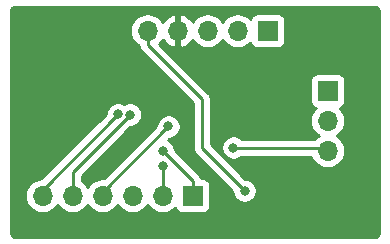
<source format=gbr>
G04 #@! TF.GenerationSoftware,KiCad,Pcbnew,5.1.2*
G04 #@! TF.CreationDate,2019-05-06T11:57:56-05:00*
G04 #@! TF.ProjectId,STM32L011Minimal,53544d33-324c-4303-9131-4d696e696d61,rev?*
G04 #@! TF.SameCoordinates,Original*
G04 #@! TF.FileFunction,Copper,L2,Bot*
G04 #@! TF.FilePolarity,Positive*
%FSLAX46Y46*%
G04 Gerber Fmt 4.6, Leading zero omitted, Abs format (unit mm)*
G04 Created by KiCad (PCBNEW 5.1.2) date 2019-05-06 11:57:56*
%MOMM*%
%LPD*%
G04 APERTURE LIST*
%ADD10R,1.700000X1.700000*%
%ADD11O,1.700000X1.700000*%
%ADD12C,0.800000*%
%ADD13C,0.250000*%
%ADD14C,0.254000*%
G04 APERTURE END LIST*
D10*
X173990000Y-78740000D03*
D11*
X173990000Y-81280000D03*
X173990000Y-83820000D03*
D10*
X162560000Y-87630000D03*
D11*
X160020000Y-87630000D03*
X157480000Y-87630000D03*
X154940000Y-87630000D03*
X152400000Y-87630000D03*
X149860000Y-87630000D03*
D10*
X168910000Y-73660000D03*
D11*
X166370000Y-73660000D03*
X163830000Y-73660000D03*
X161290000Y-73660000D03*
X158750000Y-73660000D03*
D12*
X176500000Y-73500000D03*
X176500000Y-89500000D03*
X148000000Y-89500000D03*
X148000000Y-73500000D03*
X151750000Y-73250000D03*
X166950000Y-87200000D03*
X166000000Y-83550000D03*
X160020000Y-83820000D03*
X160020000Y-85090000D03*
X160500000Y-81750000D03*
X157250000Y-80750000D03*
X156237347Y-80737347D03*
D13*
X158750000Y-74862081D02*
X163350000Y-79462081D01*
X158750000Y-73660000D02*
X158750000Y-74862081D01*
X163350000Y-79462081D02*
X163350000Y-83600000D01*
X163350000Y-83600000D02*
X166950000Y-87200000D01*
X173720000Y-83550000D02*
X173990000Y-83820000D01*
X166000000Y-83550000D02*
X173720000Y-83550000D01*
X162560000Y-86360000D02*
X162560000Y-87630000D01*
X160020000Y-83820000D02*
X162560000Y-86360000D01*
X160020000Y-85090000D02*
X160020000Y-85770000D01*
X160020000Y-85770000D02*
X160020000Y-87630000D01*
X154940000Y-87310000D02*
X154940000Y-87630000D01*
X160500000Y-81750000D02*
X154940000Y-87310000D01*
X152400000Y-85600000D02*
X152400000Y-87630000D01*
X157250000Y-80750000D02*
X152400000Y-85600000D01*
X149860000Y-87114694D02*
X149860000Y-87630000D01*
X156237347Y-80737347D02*
X149860000Y-87114694D01*
D14*
G36*
X178065424Y-71669580D02*
G01*
X178128356Y-71688580D01*
X178186405Y-71719445D01*
X178237343Y-71760989D01*
X178279248Y-71811644D01*
X178310515Y-71869471D01*
X178329956Y-71932272D01*
X178340001Y-72027845D01*
X178340000Y-90717721D01*
X178330420Y-90815424D01*
X178311420Y-90878357D01*
X178280554Y-90936406D01*
X178239011Y-90987343D01*
X178188356Y-91029248D01*
X178130529Y-91060515D01*
X178067728Y-91079956D01*
X177972165Y-91090000D01*
X147532279Y-91090000D01*
X147434576Y-91080420D01*
X147371643Y-91061420D01*
X147313594Y-91030554D01*
X147262657Y-90989011D01*
X147220752Y-90938356D01*
X147189485Y-90880529D01*
X147170044Y-90817728D01*
X147160000Y-90722165D01*
X147160000Y-87630000D01*
X148367815Y-87630000D01*
X148396487Y-87921111D01*
X148481401Y-88201034D01*
X148619294Y-88459014D01*
X148804866Y-88685134D01*
X149030986Y-88870706D01*
X149288966Y-89008599D01*
X149568889Y-89093513D01*
X149787050Y-89115000D01*
X149932950Y-89115000D01*
X150151111Y-89093513D01*
X150431034Y-89008599D01*
X150689014Y-88870706D01*
X150915134Y-88685134D01*
X151100706Y-88459014D01*
X151130000Y-88404209D01*
X151159294Y-88459014D01*
X151344866Y-88685134D01*
X151570986Y-88870706D01*
X151828966Y-89008599D01*
X152108889Y-89093513D01*
X152327050Y-89115000D01*
X152472950Y-89115000D01*
X152691111Y-89093513D01*
X152971034Y-89008599D01*
X153229014Y-88870706D01*
X153455134Y-88685134D01*
X153640706Y-88459014D01*
X153670000Y-88404209D01*
X153699294Y-88459014D01*
X153884866Y-88685134D01*
X154110986Y-88870706D01*
X154368966Y-89008599D01*
X154648889Y-89093513D01*
X154867050Y-89115000D01*
X155012950Y-89115000D01*
X155231111Y-89093513D01*
X155511034Y-89008599D01*
X155769014Y-88870706D01*
X155995134Y-88685134D01*
X156180706Y-88459014D01*
X156210000Y-88404209D01*
X156239294Y-88459014D01*
X156424866Y-88685134D01*
X156650986Y-88870706D01*
X156908966Y-89008599D01*
X157188889Y-89093513D01*
X157407050Y-89115000D01*
X157552950Y-89115000D01*
X157771111Y-89093513D01*
X158051034Y-89008599D01*
X158309014Y-88870706D01*
X158535134Y-88685134D01*
X158720706Y-88459014D01*
X158750000Y-88404209D01*
X158779294Y-88459014D01*
X158964866Y-88685134D01*
X159190986Y-88870706D01*
X159448966Y-89008599D01*
X159728889Y-89093513D01*
X159947050Y-89115000D01*
X160092950Y-89115000D01*
X160311111Y-89093513D01*
X160591034Y-89008599D01*
X160849014Y-88870706D01*
X161075134Y-88685134D01*
X161099607Y-88655313D01*
X161120498Y-88724180D01*
X161179463Y-88834494D01*
X161258815Y-88931185D01*
X161355506Y-89010537D01*
X161465820Y-89069502D01*
X161585518Y-89105812D01*
X161710000Y-89118072D01*
X163410000Y-89118072D01*
X163534482Y-89105812D01*
X163654180Y-89069502D01*
X163764494Y-89010537D01*
X163861185Y-88931185D01*
X163940537Y-88834494D01*
X163999502Y-88724180D01*
X164035812Y-88604482D01*
X164048072Y-88480000D01*
X164048072Y-86780000D01*
X164035812Y-86655518D01*
X163999502Y-86535820D01*
X163940537Y-86425506D01*
X163861185Y-86328815D01*
X163764494Y-86249463D01*
X163654180Y-86190498D01*
X163534482Y-86154188D01*
X163410000Y-86141928D01*
X163288046Y-86141928D01*
X163265546Y-86067753D01*
X163194974Y-85935724D01*
X163181237Y-85918986D01*
X163123799Y-85848996D01*
X163123795Y-85848992D01*
X163100001Y-85819999D01*
X163071009Y-85796206D01*
X161055000Y-83780199D01*
X161055000Y-83718061D01*
X161015226Y-83518102D01*
X160937205Y-83329744D01*
X160823937Y-83160226D01*
X160679774Y-83016063D01*
X160510256Y-82902795D01*
X160447855Y-82876948D01*
X160539803Y-82785000D01*
X160601939Y-82785000D01*
X160801898Y-82745226D01*
X160990256Y-82667205D01*
X161159774Y-82553937D01*
X161303937Y-82409774D01*
X161417205Y-82240256D01*
X161495226Y-82051898D01*
X161535000Y-81851939D01*
X161535000Y-81648061D01*
X161495226Y-81448102D01*
X161417205Y-81259744D01*
X161303937Y-81090226D01*
X161159774Y-80946063D01*
X160990256Y-80832795D01*
X160801898Y-80754774D01*
X160601939Y-80715000D01*
X160398061Y-80715000D01*
X160198102Y-80754774D01*
X160009744Y-80832795D01*
X159840226Y-80946063D01*
X159696063Y-81090226D01*
X159582795Y-81259744D01*
X159504774Y-81448102D01*
X159465000Y-81648061D01*
X159465000Y-81710197D01*
X155028652Y-86146547D01*
X155012950Y-86145000D01*
X154867050Y-86145000D01*
X154648889Y-86166487D01*
X154368966Y-86251401D01*
X154110986Y-86389294D01*
X153884866Y-86574866D01*
X153699294Y-86800986D01*
X153670000Y-86855791D01*
X153640706Y-86800986D01*
X153455134Y-86574866D01*
X153229014Y-86389294D01*
X153160000Y-86352405D01*
X153160000Y-85914801D01*
X157289802Y-81785000D01*
X157351939Y-81785000D01*
X157551898Y-81745226D01*
X157740256Y-81667205D01*
X157909774Y-81553937D01*
X158053937Y-81409774D01*
X158167205Y-81240256D01*
X158245226Y-81051898D01*
X158285000Y-80851939D01*
X158285000Y-80648061D01*
X158245226Y-80448102D01*
X158167205Y-80259744D01*
X158053937Y-80090226D01*
X157909774Y-79946063D01*
X157740256Y-79832795D01*
X157551898Y-79754774D01*
X157351939Y-79715000D01*
X157148061Y-79715000D01*
X156948102Y-79754774D01*
X156759744Y-79832795D01*
X156753142Y-79837206D01*
X156727603Y-79820142D01*
X156539245Y-79742121D01*
X156339286Y-79702347D01*
X156135408Y-79702347D01*
X155935449Y-79742121D01*
X155747091Y-79820142D01*
X155577573Y-79933410D01*
X155433410Y-80077573D01*
X155320142Y-80247091D01*
X155242121Y-80435449D01*
X155202347Y-80635408D01*
X155202347Y-80697545D01*
X149751380Y-86148513D01*
X149568889Y-86166487D01*
X149288966Y-86251401D01*
X149030986Y-86389294D01*
X148804866Y-86574866D01*
X148619294Y-86800986D01*
X148481401Y-87058966D01*
X148396487Y-87338889D01*
X148367815Y-87630000D01*
X147160000Y-87630000D01*
X147160000Y-73660000D01*
X157257815Y-73660000D01*
X157286487Y-73951111D01*
X157371401Y-74231034D01*
X157509294Y-74489014D01*
X157694866Y-74715134D01*
X157920986Y-74900706D01*
X157993971Y-74939717D01*
X158000998Y-75011067D01*
X158014180Y-75054523D01*
X158044454Y-75154327D01*
X158115026Y-75286357D01*
X158186201Y-75373083D01*
X158210000Y-75402082D01*
X158238998Y-75425880D01*
X162590000Y-79776884D01*
X162590001Y-83562668D01*
X162586324Y-83600000D01*
X162600998Y-83748985D01*
X162644454Y-83892246D01*
X162715026Y-84024276D01*
X162745167Y-84061002D01*
X162810000Y-84140001D01*
X162838998Y-84163799D01*
X165915000Y-87239802D01*
X165915000Y-87301939D01*
X165954774Y-87501898D01*
X166032795Y-87690256D01*
X166146063Y-87859774D01*
X166290226Y-88003937D01*
X166459744Y-88117205D01*
X166648102Y-88195226D01*
X166848061Y-88235000D01*
X167051939Y-88235000D01*
X167251898Y-88195226D01*
X167440256Y-88117205D01*
X167609774Y-88003937D01*
X167753937Y-87859774D01*
X167867205Y-87690256D01*
X167945226Y-87501898D01*
X167985000Y-87301939D01*
X167985000Y-87098061D01*
X167945226Y-86898102D01*
X167867205Y-86709744D01*
X167753937Y-86540226D01*
X167609774Y-86396063D01*
X167440256Y-86282795D01*
X167251898Y-86204774D01*
X167051939Y-86165000D01*
X166989802Y-86165000D01*
X164272863Y-83448061D01*
X164965000Y-83448061D01*
X164965000Y-83651939D01*
X165004774Y-83851898D01*
X165082795Y-84040256D01*
X165196063Y-84209774D01*
X165340226Y-84353937D01*
X165509744Y-84467205D01*
X165698102Y-84545226D01*
X165898061Y-84585000D01*
X166101939Y-84585000D01*
X166301898Y-84545226D01*
X166490256Y-84467205D01*
X166659774Y-84353937D01*
X166703711Y-84310000D01*
X172586820Y-84310000D01*
X172611401Y-84391034D01*
X172749294Y-84649014D01*
X172934866Y-84875134D01*
X173160986Y-85060706D01*
X173418966Y-85198599D01*
X173698889Y-85283513D01*
X173917050Y-85305000D01*
X174062950Y-85305000D01*
X174281111Y-85283513D01*
X174561034Y-85198599D01*
X174819014Y-85060706D01*
X175045134Y-84875134D01*
X175230706Y-84649014D01*
X175368599Y-84391034D01*
X175453513Y-84111111D01*
X175482185Y-83820000D01*
X175453513Y-83528889D01*
X175368599Y-83248966D01*
X175230706Y-82990986D01*
X175045134Y-82764866D01*
X174819014Y-82579294D01*
X174764209Y-82550000D01*
X174819014Y-82520706D01*
X175045134Y-82335134D01*
X175230706Y-82109014D01*
X175368599Y-81851034D01*
X175453513Y-81571111D01*
X175482185Y-81280000D01*
X175453513Y-80988889D01*
X175368599Y-80708966D01*
X175230706Y-80450986D01*
X175045134Y-80224866D01*
X175015313Y-80200393D01*
X175084180Y-80179502D01*
X175194494Y-80120537D01*
X175291185Y-80041185D01*
X175370537Y-79944494D01*
X175429502Y-79834180D01*
X175465812Y-79714482D01*
X175478072Y-79590000D01*
X175478072Y-77890000D01*
X175465812Y-77765518D01*
X175429502Y-77645820D01*
X175370537Y-77535506D01*
X175291185Y-77438815D01*
X175194494Y-77359463D01*
X175084180Y-77300498D01*
X174964482Y-77264188D01*
X174840000Y-77251928D01*
X173140000Y-77251928D01*
X173015518Y-77264188D01*
X172895820Y-77300498D01*
X172785506Y-77359463D01*
X172688815Y-77438815D01*
X172609463Y-77535506D01*
X172550498Y-77645820D01*
X172514188Y-77765518D01*
X172501928Y-77890000D01*
X172501928Y-79590000D01*
X172514188Y-79714482D01*
X172550498Y-79834180D01*
X172609463Y-79944494D01*
X172688815Y-80041185D01*
X172785506Y-80120537D01*
X172895820Y-80179502D01*
X172964687Y-80200393D01*
X172934866Y-80224866D01*
X172749294Y-80450986D01*
X172611401Y-80708966D01*
X172526487Y-80988889D01*
X172497815Y-81280000D01*
X172526487Y-81571111D01*
X172611401Y-81851034D01*
X172749294Y-82109014D01*
X172934866Y-82335134D01*
X173160986Y-82520706D01*
X173215791Y-82550000D01*
X173160986Y-82579294D01*
X172934866Y-82764866D01*
X172914239Y-82790000D01*
X166703711Y-82790000D01*
X166659774Y-82746063D01*
X166490256Y-82632795D01*
X166301898Y-82554774D01*
X166101939Y-82515000D01*
X165898061Y-82515000D01*
X165698102Y-82554774D01*
X165509744Y-82632795D01*
X165340226Y-82746063D01*
X165196063Y-82890226D01*
X165082795Y-83059744D01*
X165004774Y-83248102D01*
X164965000Y-83448061D01*
X164272863Y-83448061D01*
X164110000Y-83285199D01*
X164110000Y-79499403D01*
X164113676Y-79462080D01*
X164110000Y-79424757D01*
X164110000Y-79424748D01*
X164099003Y-79313095D01*
X164055546Y-79169834D01*
X163984974Y-79037805D01*
X163971811Y-79021766D01*
X163913799Y-78951077D01*
X163913795Y-78951073D01*
X163890001Y-78922080D01*
X163861009Y-78898287D01*
X159735226Y-74772506D01*
X159805134Y-74715134D01*
X159990706Y-74489014D01*
X160025201Y-74424477D01*
X160094822Y-74541355D01*
X160289731Y-74757588D01*
X160523080Y-74931641D01*
X160785901Y-75056825D01*
X160933110Y-75101476D01*
X161163000Y-74980155D01*
X161163000Y-73787000D01*
X161143000Y-73787000D01*
X161143000Y-73533000D01*
X161163000Y-73533000D01*
X161163000Y-72339845D01*
X161417000Y-72339845D01*
X161417000Y-73533000D01*
X161437000Y-73533000D01*
X161437000Y-73787000D01*
X161417000Y-73787000D01*
X161417000Y-74980155D01*
X161646890Y-75101476D01*
X161794099Y-75056825D01*
X162056920Y-74931641D01*
X162290269Y-74757588D01*
X162485178Y-74541355D01*
X162554799Y-74424477D01*
X162589294Y-74489014D01*
X162774866Y-74715134D01*
X163000986Y-74900706D01*
X163258966Y-75038599D01*
X163538889Y-75123513D01*
X163757050Y-75145000D01*
X163902950Y-75145000D01*
X164121111Y-75123513D01*
X164401034Y-75038599D01*
X164659014Y-74900706D01*
X164885134Y-74715134D01*
X165070706Y-74489014D01*
X165100000Y-74434209D01*
X165129294Y-74489014D01*
X165314866Y-74715134D01*
X165540986Y-74900706D01*
X165798966Y-75038599D01*
X166078889Y-75123513D01*
X166297050Y-75145000D01*
X166442950Y-75145000D01*
X166661111Y-75123513D01*
X166941034Y-75038599D01*
X167199014Y-74900706D01*
X167425134Y-74715134D01*
X167449607Y-74685313D01*
X167470498Y-74754180D01*
X167529463Y-74864494D01*
X167608815Y-74961185D01*
X167705506Y-75040537D01*
X167815820Y-75099502D01*
X167935518Y-75135812D01*
X168060000Y-75148072D01*
X169760000Y-75148072D01*
X169884482Y-75135812D01*
X170004180Y-75099502D01*
X170114494Y-75040537D01*
X170211185Y-74961185D01*
X170290537Y-74864494D01*
X170349502Y-74754180D01*
X170385812Y-74634482D01*
X170398072Y-74510000D01*
X170398072Y-72810000D01*
X170385812Y-72685518D01*
X170349502Y-72565820D01*
X170290537Y-72455506D01*
X170211185Y-72358815D01*
X170114494Y-72279463D01*
X170004180Y-72220498D01*
X169884482Y-72184188D01*
X169760000Y-72171928D01*
X168060000Y-72171928D01*
X167935518Y-72184188D01*
X167815820Y-72220498D01*
X167705506Y-72279463D01*
X167608815Y-72358815D01*
X167529463Y-72455506D01*
X167470498Y-72565820D01*
X167449607Y-72634687D01*
X167425134Y-72604866D01*
X167199014Y-72419294D01*
X166941034Y-72281401D01*
X166661111Y-72196487D01*
X166442950Y-72175000D01*
X166297050Y-72175000D01*
X166078889Y-72196487D01*
X165798966Y-72281401D01*
X165540986Y-72419294D01*
X165314866Y-72604866D01*
X165129294Y-72830986D01*
X165100000Y-72885791D01*
X165070706Y-72830986D01*
X164885134Y-72604866D01*
X164659014Y-72419294D01*
X164401034Y-72281401D01*
X164121111Y-72196487D01*
X163902950Y-72175000D01*
X163757050Y-72175000D01*
X163538889Y-72196487D01*
X163258966Y-72281401D01*
X163000986Y-72419294D01*
X162774866Y-72604866D01*
X162589294Y-72830986D01*
X162554799Y-72895523D01*
X162485178Y-72778645D01*
X162290269Y-72562412D01*
X162056920Y-72388359D01*
X161794099Y-72263175D01*
X161646890Y-72218524D01*
X161417000Y-72339845D01*
X161163000Y-72339845D01*
X160933110Y-72218524D01*
X160785901Y-72263175D01*
X160523080Y-72388359D01*
X160289731Y-72562412D01*
X160094822Y-72778645D01*
X160025201Y-72895523D01*
X159990706Y-72830986D01*
X159805134Y-72604866D01*
X159579014Y-72419294D01*
X159321034Y-72281401D01*
X159041111Y-72196487D01*
X158822950Y-72175000D01*
X158677050Y-72175000D01*
X158458889Y-72196487D01*
X158178966Y-72281401D01*
X157920986Y-72419294D01*
X157694866Y-72604866D01*
X157509294Y-72830986D01*
X157371401Y-73088966D01*
X157286487Y-73368889D01*
X157257815Y-73660000D01*
X147160000Y-73660000D01*
X147160000Y-72032279D01*
X147169580Y-71934576D01*
X147188580Y-71871644D01*
X147219445Y-71813595D01*
X147260989Y-71762657D01*
X147311644Y-71720752D01*
X147369471Y-71689485D01*
X147432272Y-71670044D01*
X147527835Y-71660000D01*
X177967721Y-71660000D01*
X178065424Y-71669580D01*
X178065424Y-71669580D01*
G37*
X178065424Y-71669580D02*
X178128356Y-71688580D01*
X178186405Y-71719445D01*
X178237343Y-71760989D01*
X178279248Y-71811644D01*
X178310515Y-71869471D01*
X178329956Y-71932272D01*
X178340001Y-72027845D01*
X178340000Y-90717721D01*
X178330420Y-90815424D01*
X178311420Y-90878357D01*
X178280554Y-90936406D01*
X178239011Y-90987343D01*
X178188356Y-91029248D01*
X178130529Y-91060515D01*
X178067728Y-91079956D01*
X177972165Y-91090000D01*
X147532279Y-91090000D01*
X147434576Y-91080420D01*
X147371643Y-91061420D01*
X147313594Y-91030554D01*
X147262657Y-90989011D01*
X147220752Y-90938356D01*
X147189485Y-90880529D01*
X147170044Y-90817728D01*
X147160000Y-90722165D01*
X147160000Y-87630000D01*
X148367815Y-87630000D01*
X148396487Y-87921111D01*
X148481401Y-88201034D01*
X148619294Y-88459014D01*
X148804866Y-88685134D01*
X149030986Y-88870706D01*
X149288966Y-89008599D01*
X149568889Y-89093513D01*
X149787050Y-89115000D01*
X149932950Y-89115000D01*
X150151111Y-89093513D01*
X150431034Y-89008599D01*
X150689014Y-88870706D01*
X150915134Y-88685134D01*
X151100706Y-88459014D01*
X151130000Y-88404209D01*
X151159294Y-88459014D01*
X151344866Y-88685134D01*
X151570986Y-88870706D01*
X151828966Y-89008599D01*
X152108889Y-89093513D01*
X152327050Y-89115000D01*
X152472950Y-89115000D01*
X152691111Y-89093513D01*
X152971034Y-89008599D01*
X153229014Y-88870706D01*
X153455134Y-88685134D01*
X153640706Y-88459014D01*
X153670000Y-88404209D01*
X153699294Y-88459014D01*
X153884866Y-88685134D01*
X154110986Y-88870706D01*
X154368966Y-89008599D01*
X154648889Y-89093513D01*
X154867050Y-89115000D01*
X155012950Y-89115000D01*
X155231111Y-89093513D01*
X155511034Y-89008599D01*
X155769014Y-88870706D01*
X155995134Y-88685134D01*
X156180706Y-88459014D01*
X156210000Y-88404209D01*
X156239294Y-88459014D01*
X156424866Y-88685134D01*
X156650986Y-88870706D01*
X156908966Y-89008599D01*
X157188889Y-89093513D01*
X157407050Y-89115000D01*
X157552950Y-89115000D01*
X157771111Y-89093513D01*
X158051034Y-89008599D01*
X158309014Y-88870706D01*
X158535134Y-88685134D01*
X158720706Y-88459014D01*
X158750000Y-88404209D01*
X158779294Y-88459014D01*
X158964866Y-88685134D01*
X159190986Y-88870706D01*
X159448966Y-89008599D01*
X159728889Y-89093513D01*
X159947050Y-89115000D01*
X160092950Y-89115000D01*
X160311111Y-89093513D01*
X160591034Y-89008599D01*
X160849014Y-88870706D01*
X161075134Y-88685134D01*
X161099607Y-88655313D01*
X161120498Y-88724180D01*
X161179463Y-88834494D01*
X161258815Y-88931185D01*
X161355506Y-89010537D01*
X161465820Y-89069502D01*
X161585518Y-89105812D01*
X161710000Y-89118072D01*
X163410000Y-89118072D01*
X163534482Y-89105812D01*
X163654180Y-89069502D01*
X163764494Y-89010537D01*
X163861185Y-88931185D01*
X163940537Y-88834494D01*
X163999502Y-88724180D01*
X164035812Y-88604482D01*
X164048072Y-88480000D01*
X164048072Y-86780000D01*
X164035812Y-86655518D01*
X163999502Y-86535820D01*
X163940537Y-86425506D01*
X163861185Y-86328815D01*
X163764494Y-86249463D01*
X163654180Y-86190498D01*
X163534482Y-86154188D01*
X163410000Y-86141928D01*
X163288046Y-86141928D01*
X163265546Y-86067753D01*
X163194974Y-85935724D01*
X163181237Y-85918986D01*
X163123799Y-85848996D01*
X163123795Y-85848992D01*
X163100001Y-85819999D01*
X163071009Y-85796206D01*
X161055000Y-83780199D01*
X161055000Y-83718061D01*
X161015226Y-83518102D01*
X160937205Y-83329744D01*
X160823937Y-83160226D01*
X160679774Y-83016063D01*
X160510256Y-82902795D01*
X160447855Y-82876948D01*
X160539803Y-82785000D01*
X160601939Y-82785000D01*
X160801898Y-82745226D01*
X160990256Y-82667205D01*
X161159774Y-82553937D01*
X161303937Y-82409774D01*
X161417205Y-82240256D01*
X161495226Y-82051898D01*
X161535000Y-81851939D01*
X161535000Y-81648061D01*
X161495226Y-81448102D01*
X161417205Y-81259744D01*
X161303937Y-81090226D01*
X161159774Y-80946063D01*
X160990256Y-80832795D01*
X160801898Y-80754774D01*
X160601939Y-80715000D01*
X160398061Y-80715000D01*
X160198102Y-80754774D01*
X160009744Y-80832795D01*
X159840226Y-80946063D01*
X159696063Y-81090226D01*
X159582795Y-81259744D01*
X159504774Y-81448102D01*
X159465000Y-81648061D01*
X159465000Y-81710197D01*
X155028652Y-86146547D01*
X155012950Y-86145000D01*
X154867050Y-86145000D01*
X154648889Y-86166487D01*
X154368966Y-86251401D01*
X154110986Y-86389294D01*
X153884866Y-86574866D01*
X153699294Y-86800986D01*
X153670000Y-86855791D01*
X153640706Y-86800986D01*
X153455134Y-86574866D01*
X153229014Y-86389294D01*
X153160000Y-86352405D01*
X153160000Y-85914801D01*
X157289802Y-81785000D01*
X157351939Y-81785000D01*
X157551898Y-81745226D01*
X157740256Y-81667205D01*
X157909774Y-81553937D01*
X158053937Y-81409774D01*
X158167205Y-81240256D01*
X158245226Y-81051898D01*
X158285000Y-80851939D01*
X158285000Y-80648061D01*
X158245226Y-80448102D01*
X158167205Y-80259744D01*
X158053937Y-80090226D01*
X157909774Y-79946063D01*
X157740256Y-79832795D01*
X157551898Y-79754774D01*
X157351939Y-79715000D01*
X157148061Y-79715000D01*
X156948102Y-79754774D01*
X156759744Y-79832795D01*
X156753142Y-79837206D01*
X156727603Y-79820142D01*
X156539245Y-79742121D01*
X156339286Y-79702347D01*
X156135408Y-79702347D01*
X155935449Y-79742121D01*
X155747091Y-79820142D01*
X155577573Y-79933410D01*
X155433410Y-80077573D01*
X155320142Y-80247091D01*
X155242121Y-80435449D01*
X155202347Y-80635408D01*
X155202347Y-80697545D01*
X149751380Y-86148513D01*
X149568889Y-86166487D01*
X149288966Y-86251401D01*
X149030986Y-86389294D01*
X148804866Y-86574866D01*
X148619294Y-86800986D01*
X148481401Y-87058966D01*
X148396487Y-87338889D01*
X148367815Y-87630000D01*
X147160000Y-87630000D01*
X147160000Y-73660000D01*
X157257815Y-73660000D01*
X157286487Y-73951111D01*
X157371401Y-74231034D01*
X157509294Y-74489014D01*
X157694866Y-74715134D01*
X157920986Y-74900706D01*
X157993971Y-74939717D01*
X158000998Y-75011067D01*
X158014180Y-75054523D01*
X158044454Y-75154327D01*
X158115026Y-75286357D01*
X158186201Y-75373083D01*
X158210000Y-75402082D01*
X158238998Y-75425880D01*
X162590000Y-79776884D01*
X162590001Y-83562668D01*
X162586324Y-83600000D01*
X162600998Y-83748985D01*
X162644454Y-83892246D01*
X162715026Y-84024276D01*
X162745167Y-84061002D01*
X162810000Y-84140001D01*
X162838998Y-84163799D01*
X165915000Y-87239802D01*
X165915000Y-87301939D01*
X165954774Y-87501898D01*
X166032795Y-87690256D01*
X166146063Y-87859774D01*
X166290226Y-88003937D01*
X166459744Y-88117205D01*
X166648102Y-88195226D01*
X166848061Y-88235000D01*
X167051939Y-88235000D01*
X167251898Y-88195226D01*
X167440256Y-88117205D01*
X167609774Y-88003937D01*
X167753937Y-87859774D01*
X167867205Y-87690256D01*
X167945226Y-87501898D01*
X167985000Y-87301939D01*
X167985000Y-87098061D01*
X167945226Y-86898102D01*
X167867205Y-86709744D01*
X167753937Y-86540226D01*
X167609774Y-86396063D01*
X167440256Y-86282795D01*
X167251898Y-86204774D01*
X167051939Y-86165000D01*
X166989802Y-86165000D01*
X164272863Y-83448061D01*
X164965000Y-83448061D01*
X164965000Y-83651939D01*
X165004774Y-83851898D01*
X165082795Y-84040256D01*
X165196063Y-84209774D01*
X165340226Y-84353937D01*
X165509744Y-84467205D01*
X165698102Y-84545226D01*
X165898061Y-84585000D01*
X166101939Y-84585000D01*
X166301898Y-84545226D01*
X166490256Y-84467205D01*
X166659774Y-84353937D01*
X166703711Y-84310000D01*
X172586820Y-84310000D01*
X172611401Y-84391034D01*
X172749294Y-84649014D01*
X172934866Y-84875134D01*
X173160986Y-85060706D01*
X173418966Y-85198599D01*
X173698889Y-85283513D01*
X173917050Y-85305000D01*
X174062950Y-85305000D01*
X174281111Y-85283513D01*
X174561034Y-85198599D01*
X174819014Y-85060706D01*
X175045134Y-84875134D01*
X175230706Y-84649014D01*
X175368599Y-84391034D01*
X175453513Y-84111111D01*
X175482185Y-83820000D01*
X175453513Y-83528889D01*
X175368599Y-83248966D01*
X175230706Y-82990986D01*
X175045134Y-82764866D01*
X174819014Y-82579294D01*
X174764209Y-82550000D01*
X174819014Y-82520706D01*
X175045134Y-82335134D01*
X175230706Y-82109014D01*
X175368599Y-81851034D01*
X175453513Y-81571111D01*
X175482185Y-81280000D01*
X175453513Y-80988889D01*
X175368599Y-80708966D01*
X175230706Y-80450986D01*
X175045134Y-80224866D01*
X175015313Y-80200393D01*
X175084180Y-80179502D01*
X175194494Y-80120537D01*
X175291185Y-80041185D01*
X175370537Y-79944494D01*
X175429502Y-79834180D01*
X175465812Y-79714482D01*
X175478072Y-79590000D01*
X175478072Y-77890000D01*
X175465812Y-77765518D01*
X175429502Y-77645820D01*
X175370537Y-77535506D01*
X175291185Y-77438815D01*
X175194494Y-77359463D01*
X175084180Y-77300498D01*
X174964482Y-77264188D01*
X174840000Y-77251928D01*
X173140000Y-77251928D01*
X173015518Y-77264188D01*
X172895820Y-77300498D01*
X172785506Y-77359463D01*
X172688815Y-77438815D01*
X172609463Y-77535506D01*
X172550498Y-77645820D01*
X172514188Y-77765518D01*
X172501928Y-77890000D01*
X172501928Y-79590000D01*
X172514188Y-79714482D01*
X172550498Y-79834180D01*
X172609463Y-79944494D01*
X172688815Y-80041185D01*
X172785506Y-80120537D01*
X172895820Y-80179502D01*
X172964687Y-80200393D01*
X172934866Y-80224866D01*
X172749294Y-80450986D01*
X172611401Y-80708966D01*
X172526487Y-80988889D01*
X172497815Y-81280000D01*
X172526487Y-81571111D01*
X172611401Y-81851034D01*
X172749294Y-82109014D01*
X172934866Y-82335134D01*
X173160986Y-82520706D01*
X173215791Y-82550000D01*
X173160986Y-82579294D01*
X172934866Y-82764866D01*
X172914239Y-82790000D01*
X166703711Y-82790000D01*
X166659774Y-82746063D01*
X166490256Y-82632795D01*
X166301898Y-82554774D01*
X166101939Y-82515000D01*
X165898061Y-82515000D01*
X165698102Y-82554774D01*
X165509744Y-82632795D01*
X165340226Y-82746063D01*
X165196063Y-82890226D01*
X165082795Y-83059744D01*
X165004774Y-83248102D01*
X164965000Y-83448061D01*
X164272863Y-83448061D01*
X164110000Y-83285199D01*
X164110000Y-79499403D01*
X164113676Y-79462080D01*
X164110000Y-79424757D01*
X164110000Y-79424748D01*
X164099003Y-79313095D01*
X164055546Y-79169834D01*
X163984974Y-79037805D01*
X163971811Y-79021766D01*
X163913799Y-78951077D01*
X163913795Y-78951073D01*
X163890001Y-78922080D01*
X163861009Y-78898287D01*
X159735226Y-74772506D01*
X159805134Y-74715134D01*
X159990706Y-74489014D01*
X160025201Y-74424477D01*
X160094822Y-74541355D01*
X160289731Y-74757588D01*
X160523080Y-74931641D01*
X160785901Y-75056825D01*
X160933110Y-75101476D01*
X161163000Y-74980155D01*
X161163000Y-73787000D01*
X161143000Y-73787000D01*
X161143000Y-73533000D01*
X161163000Y-73533000D01*
X161163000Y-72339845D01*
X161417000Y-72339845D01*
X161417000Y-73533000D01*
X161437000Y-73533000D01*
X161437000Y-73787000D01*
X161417000Y-73787000D01*
X161417000Y-74980155D01*
X161646890Y-75101476D01*
X161794099Y-75056825D01*
X162056920Y-74931641D01*
X162290269Y-74757588D01*
X162485178Y-74541355D01*
X162554799Y-74424477D01*
X162589294Y-74489014D01*
X162774866Y-74715134D01*
X163000986Y-74900706D01*
X163258966Y-75038599D01*
X163538889Y-75123513D01*
X163757050Y-75145000D01*
X163902950Y-75145000D01*
X164121111Y-75123513D01*
X164401034Y-75038599D01*
X164659014Y-74900706D01*
X164885134Y-74715134D01*
X165070706Y-74489014D01*
X165100000Y-74434209D01*
X165129294Y-74489014D01*
X165314866Y-74715134D01*
X165540986Y-74900706D01*
X165798966Y-75038599D01*
X166078889Y-75123513D01*
X166297050Y-75145000D01*
X166442950Y-75145000D01*
X166661111Y-75123513D01*
X166941034Y-75038599D01*
X167199014Y-74900706D01*
X167425134Y-74715134D01*
X167449607Y-74685313D01*
X167470498Y-74754180D01*
X167529463Y-74864494D01*
X167608815Y-74961185D01*
X167705506Y-75040537D01*
X167815820Y-75099502D01*
X167935518Y-75135812D01*
X168060000Y-75148072D01*
X169760000Y-75148072D01*
X169884482Y-75135812D01*
X170004180Y-75099502D01*
X170114494Y-75040537D01*
X170211185Y-74961185D01*
X170290537Y-74864494D01*
X170349502Y-74754180D01*
X170385812Y-74634482D01*
X170398072Y-74510000D01*
X170398072Y-72810000D01*
X170385812Y-72685518D01*
X170349502Y-72565820D01*
X170290537Y-72455506D01*
X170211185Y-72358815D01*
X170114494Y-72279463D01*
X170004180Y-72220498D01*
X169884482Y-72184188D01*
X169760000Y-72171928D01*
X168060000Y-72171928D01*
X167935518Y-72184188D01*
X167815820Y-72220498D01*
X167705506Y-72279463D01*
X167608815Y-72358815D01*
X167529463Y-72455506D01*
X167470498Y-72565820D01*
X167449607Y-72634687D01*
X167425134Y-72604866D01*
X167199014Y-72419294D01*
X166941034Y-72281401D01*
X166661111Y-72196487D01*
X166442950Y-72175000D01*
X166297050Y-72175000D01*
X166078889Y-72196487D01*
X165798966Y-72281401D01*
X165540986Y-72419294D01*
X165314866Y-72604866D01*
X165129294Y-72830986D01*
X165100000Y-72885791D01*
X165070706Y-72830986D01*
X164885134Y-72604866D01*
X164659014Y-72419294D01*
X164401034Y-72281401D01*
X164121111Y-72196487D01*
X163902950Y-72175000D01*
X163757050Y-72175000D01*
X163538889Y-72196487D01*
X163258966Y-72281401D01*
X163000986Y-72419294D01*
X162774866Y-72604866D01*
X162589294Y-72830986D01*
X162554799Y-72895523D01*
X162485178Y-72778645D01*
X162290269Y-72562412D01*
X162056920Y-72388359D01*
X161794099Y-72263175D01*
X161646890Y-72218524D01*
X161417000Y-72339845D01*
X161163000Y-72339845D01*
X160933110Y-72218524D01*
X160785901Y-72263175D01*
X160523080Y-72388359D01*
X160289731Y-72562412D01*
X160094822Y-72778645D01*
X160025201Y-72895523D01*
X159990706Y-72830986D01*
X159805134Y-72604866D01*
X159579014Y-72419294D01*
X159321034Y-72281401D01*
X159041111Y-72196487D01*
X158822950Y-72175000D01*
X158677050Y-72175000D01*
X158458889Y-72196487D01*
X158178966Y-72281401D01*
X157920986Y-72419294D01*
X157694866Y-72604866D01*
X157509294Y-72830986D01*
X157371401Y-73088966D01*
X157286487Y-73368889D01*
X157257815Y-73660000D01*
X147160000Y-73660000D01*
X147160000Y-72032279D01*
X147169580Y-71934576D01*
X147188580Y-71871644D01*
X147219445Y-71813595D01*
X147260989Y-71762657D01*
X147311644Y-71720752D01*
X147369471Y-71689485D01*
X147432272Y-71670044D01*
X147527835Y-71660000D01*
X177967721Y-71660000D01*
X178065424Y-71669580D01*
M02*

</source>
